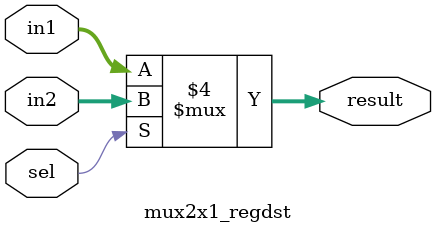
<source format=v>
/*
================================================================================
==                        Informações do Projeto                        ==
================================================================================
Disciplina:   Arquitetura e Organização de Computadores (2025.1)
Professor:    Vítor A. Coutinho
Projeto:      Implementação de um Processador MIPS Monociclo (Projeto da 2ª VA)
Grupo:
              - Giovanna Neves
              - João Pedro Oliveira da Silva
              - José Albérico
              - Lucas Lins

================================================================================
==                        Informações do Arquivo                        ==
================================================================================
Arquivo:      mux2x1_regdst.v
Módulo:       mux2x1_regdst

Descrição:
              Implementa o multiplexador responsável pela seleção do registrador
				  de destino (RegDst) no caminho de dados de um processador MIPS. Este
				  bloco combinacional recebe dois possíveis endereços de registradores
				  (in1 e in2, ambos com 5 bits) e utiliza o sinal de controle sel para
				  definir qual será encaminhado à saída result. Quando sel é 0, o endereço
				  proveniente do campo rt (in1) é selecionado; quando sel é 1, o endereço do
				  campo rd (in2) é escolhido
================================================================================
*/


module mux2x1_regdst (in1, in2, sel, result);
    
	//entradas e saídas:
	input wire [4:0] in1;  	   //primeira entrada do mux
   input wire [4:0] in2;  	   //segunda entrada do mux
   input wire sel;               //sel decide qual entrada vai pra saída
   output reg [4:0] result;		//resultado de saida do mux

	//executa sempre que qualquer entrada mudar
	always @(*) begin
        if (sel == 1'b0)			//se o sel for 0, manda in1 pra saída
            result = in1;
        else							//se o sel for 1, envia in2 pra saída
            result = in2;
    end
endmodule
</source>
